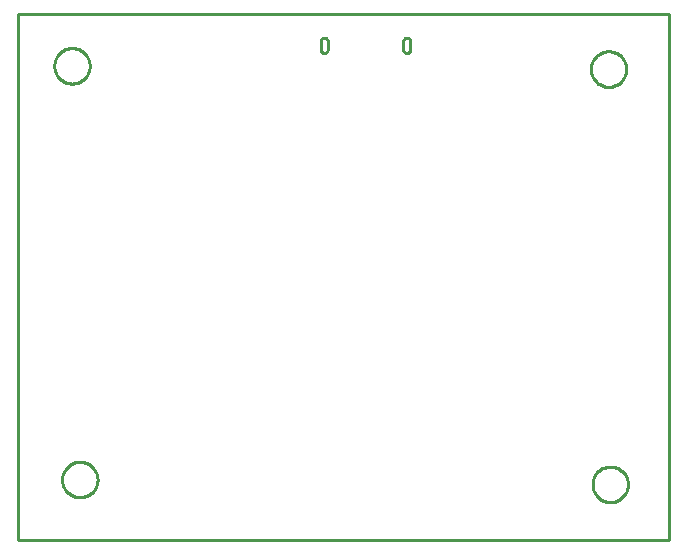
<source format=gbr>
G04 EAGLE Gerber RS-274X export*
G75*
%MOMM*%
%FSLAX34Y34*%
%LPD*%
%IN*%
%IPPOS*%
%AMOC8*
5,1,8,0,0,1.08239X$1,22.5*%
G01*
%ADD10C,0.254000*%


D10*
X0Y0D02*
X551700Y0D01*
X551700Y445400D01*
X0Y445400D01*
X0Y0D01*
X256300Y415600D02*
X256311Y415339D01*
X256346Y415079D01*
X256402Y414824D01*
X256481Y414574D01*
X256581Y414332D01*
X256702Y414100D01*
X256843Y413879D01*
X257002Y413672D01*
X257179Y413479D01*
X257372Y413302D01*
X257579Y413143D01*
X257800Y413002D01*
X258032Y412881D01*
X258274Y412781D01*
X258524Y412702D01*
X258779Y412646D01*
X259039Y412611D01*
X259300Y412600D01*
X259561Y412611D01*
X259821Y412646D01*
X260076Y412702D01*
X260326Y412781D01*
X260568Y412881D01*
X260800Y413002D01*
X261021Y413143D01*
X261228Y413302D01*
X261421Y413479D01*
X261598Y413672D01*
X261757Y413879D01*
X261898Y414100D01*
X262019Y414332D01*
X262119Y414574D01*
X262198Y414824D01*
X262254Y415079D01*
X262289Y415339D01*
X262300Y415600D01*
X262300Y422600D01*
X262289Y422861D01*
X262254Y423121D01*
X262198Y423376D01*
X262119Y423626D01*
X262019Y423868D01*
X261898Y424100D01*
X261757Y424321D01*
X261598Y424528D01*
X261421Y424721D01*
X261228Y424898D01*
X261021Y425057D01*
X260800Y425198D01*
X260568Y425319D01*
X260326Y425419D01*
X260076Y425498D01*
X259821Y425554D01*
X259561Y425589D01*
X259300Y425600D01*
X259039Y425589D01*
X258779Y425554D01*
X258524Y425498D01*
X258274Y425419D01*
X258032Y425319D01*
X257800Y425198D01*
X257579Y425057D01*
X257372Y424898D01*
X257179Y424721D01*
X257002Y424528D01*
X256843Y424321D01*
X256702Y424100D01*
X256581Y423868D01*
X256481Y423626D01*
X256402Y423376D01*
X256346Y423121D01*
X256311Y422861D01*
X256300Y422600D01*
X256300Y415600D01*
X326300Y415600D02*
X326311Y415339D01*
X326346Y415079D01*
X326402Y414824D01*
X326481Y414574D01*
X326581Y414332D01*
X326702Y414100D01*
X326843Y413879D01*
X327002Y413672D01*
X327179Y413479D01*
X327372Y413302D01*
X327579Y413143D01*
X327800Y413002D01*
X328032Y412881D01*
X328274Y412781D01*
X328524Y412702D01*
X328779Y412646D01*
X329039Y412611D01*
X329300Y412600D01*
X329561Y412611D01*
X329821Y412646D01*
X330076Y412702D01*
X330326Y412781D01*
X330568Y412881D01*
X330800Y413002D01*
X331021Y413143D01*
X331228Y413302D01*
X331421Y413479D01*
X331598Y413672D01*
X331757Y413879D01*
X331898Y414100D01*
X332019Y414332D01*
X332119Y414574D01*
X332198Y414824D01*
X332254Y415079D01*
X332289Y415339D01*
X332300Y415600D01*
X332300Y422600D01*
X332289Y422861D01*
X332254Y423121D01*
X332198Y423376D01*
X332119Y423626D01*
X332019Y423868D01*
X331898Y424100D01*
X331757Y424321D01*
X331598Y424528D01*
X331421Y424721D01*
X331228Y424898D01*
X331021Y425057D01*
X330800Y425198D01*
X330568Y425319D01*
X330326Y425419D01*
X330076Y425498D01*
X329821Y425554D01*
X329561Y425589D01*
X329300Y425600D01*
X329039Y425589D01*
X328779Y425554D01*
X328524Y425498D01*
X328274Y425419D01*
X328032Y425319D01*
X327800Y425198D01*
X327579Y425057D01*
X327372Y424898D01*
X327179Y424721D01*
X327002Y424528D01*
X326843Y424321D01*
X326702Y424100D01*
X326581Y423868D01*
X326481Y423626D01*
X326402Y423376D01*
X326346Y423121D01*
X326311Y422861D01*
X326300Y422600D01*
X326300Y415600D01*
X515140Y398404D02*
X515064Y397336D01*
X514911Y396275D01*
X514683Y395228D01*
X514381Y394200D01*
X514007Y393196D01*
X513562Y392221D01*
X513048Y391281D01*
X512469Y390380D01*
X511827Y389522D01*
X511125Y388712D01*
X510368Y387955D01*
X509558Y387253D01*
X508700Y386611D01*
X507799Y386032D01*
X506859Y385518D01*
X505884Y385073D01*
X504880Y384699D01*
X503852Y384397D01*
X502805Y384169D01*
X501744Y384016D01*
X500676Y383940D01*
X499604Y383940D01*
X498536Y384016D01*
X497475Y384169D01*
X496428Y384397D01*
X495400Y384699D01*
X494396Y385073D01*
X493421Y385518D01*
X492481Y386032D01*
X491580Y386611D01*
X490722Y387253D01*
X489912Y387955D01*
X489155Y388712D01*
X488453Y389522D01*
X487811Y390380D01*
X487232Y391281D01*
X486718Y392221D01*
X486273Y393196D01*
X485899Y394200D01*
X485597Y395228D01*
X485369Y396275D01*
X485216Y397336D01*
X485140Y398404D01*
X485140Y399476D01*
X485216Y400544D01*
X485369Y401605D01*
X485597Y402652D01*
X485899Y403680D01*
X486273Y404684D01*
X486718Y405659D01*
X487232Y406599D01*
X487811Y407500D01*
X488453Y408358D01*
X489155Y409168D01*
X489912Y409925D01*
X490722Y410627D01*
X491580Y411269D01*
X492481Y411848D01*
X493421Y412362D01*
X494396Y412807D01*
X495400Y413181D01*
X496428Y413483D01*
X497475Y413711D01*
X498536Y413864D01*
X499604Y413940D01*
X500676Y413940D01*
X501744Y413864D01*
X502805Y413711D01*
X503852Y413483D01*
X504880Y413181D01*
X505884Y412807D01*
X506859Y412362D01*
X507799Y411848D01*
X508700Y411269D01*
X509558Y410627D01*
X510368Y409925D01*
X511125Y409168D01*
X511827Y408358D01*
X512469Y407500D01*
X513048Y406599D01*
X513562Y405659D01*
X514007Y404684D01*
X514381Y403680D01*
X514683Y402652D01*
X514911Y401605D01*
X515064Y400544D01*
X515140Y399476D01*
X515140Y398404D01*
X60840Y401124D02*
X60764Y400056D01*
X60611Y398995D01*
X60383Y397948D01*
X60081Y396920D01*
X59707Y395916D01*
X59262Y394941D01*
X58748Y394001D01*
X58169Y393100D01*
X57527Y392242D01*
X56825Y391432D01*
X56068Y390675D01*
X55258Y389973D01*
X54400Y389331D01*
X53499Y388752D01*
X52559Y388238D01*
X51584Y387793D01*
X50580Y387419D01*
X49552Y387117D01*
X48505Y386889D01*
X47444Y386736D01*
X46376Y386660D01*
X45304Y386660D01*
X44236Y386736D01*
X43175Y386889D01*
X42128Y387117D01*
X41100Y387419D01*
X40096Y387793D01*
X39121Y388238D01*
X38181Y388752D01*
X37280Y389331D01*
X36422Y389973D01*
X35612Y390675D01*
X34855Y391432D01*
X34153Y392242D01*
X33511Y393100D01*
X32932Y394001D01*
X32418Y394941D01*
X31973Y395916D01*
X31599Y396920D01*
X31297Y397948D01*
X31069Y398995D01*
X30916Y400056D01*
X30840Y401124D01*
X30840Y402196D01*
X30916Y403264D01*
X31069Y404325D01*
X31297Y405372D01*
X31599Y406400D01*
X31973Y407404D01*
X32418Y408379D01*
X32932Y409319D01*
X33511Y410220D01*
X34153Y411078D01*
X34855Y411888D01*
X35612Y412645D01*
X36422Y413347D01*
X37280Y413989D01*
X38181Y414568D01*
X39121Y415082D01*
X40096Y415527D01*
X41100Y415901D01*
X42128Y416203D01*
X43175Y416431D01*
X44236Y416584D01*
X45304Y416660D01*
X46376Y416660D01*
X47444Y416584D01*
X48505Y416431D01*
X49552Y416203D01*
X50580Y415901D01*
X51584Y415527D01*
X52559Y415082D01*
X53499Y414568D01*
X54400Y413989D01*
X55258Y413347D01*
X56068Y412645D01*
X56825Y411888D01*
X57527Y411078D01*
X58169Y410220D01*
X58748Y409319D01*
X59262Y408379D01*
X59707Y407404D01*
X60081Y406400D01*
X60383Y405372D01*
X60611Y404325D01*
X60764Y403264D01*
X60840Y402196D01*
X60840Y401124D01*
X67450Y50804D02*
X67374Y49736D01*
X67221Y48675D01*
X66993Y47628D01*
X66691Y46600D01*
X66317Y45596D01*
X65872Y44621D01*
X65358Y43681D01*
X64779Y42780D01*
X64137Y41922D01*
X63435Y41112D01*
X62678Y40355D01*
X61868Y39653D01*
X61010Y39011D01*
X60109Y38432D01*
X59169Y37918D01*
X58194Y37473D01*
X57190Y37099D01*
X56162Y36797D01*
X55115Y36569D01*
X54054Y36416D01*
X52986Y36340D01*
X51914Y36340D01*
X50846Y36416D01*
X49785Y36569D01*
X48738Y36797D01*
X47710Y37099D01*
X46706Y37473D01*
X45731Y37918D01*
X44791Y38432D01*
X43890Y39011D01*
X43032Y39653D01*
X42222Y40355D01*
X41465Y41112D01*
X40763Y41922D01*
X40121Y42780D01*
X39542Y43681D01*
X39028Y44621D01*
X38583Y45596D01*
X38209Y46600D01*
X37907Y47628D01*
X37679Y48675D01*
X37526Y49736D01*
X37450Y50804D01*
X37450Y51876D01*
X37526Y52944D01*
X37679Y54005D01*
X37907Y55052D01*
X38209Y56080D01*
X38583Y57084D01*
X39028Y58059D01*
X39542Y58999D01*
X40121Y59900D01*
X40763Y60758D01*
X41465Y61568D01*
X42222Y62325D01*
X43032Y63027D01*
X43890Y63669D01*
X44791Y64248D01*
X45731Y64762D01*
X46706Y65207D01*
X47710Y65581D01*
X48738Y65883D01*
X49785Y66111D01*
X50846Y66264D01*
X51914Y66340D01*
X52986Y66340D01*
X54054Y66264D01*
X55115Y66111D01*
X56162Y65883D01*
X57190Y65581D01*
X58194Y65207D01*
X59169Y64762D01*
X60109Y64248D01*
X61010Y63669D01*
X61868Y63027D01*
X62678Y62325D01*
X63435Y61568D01*
X64137Y60758D01*
X64779Y59900D01*
X65358Y58999D01*
X65872Y58059D01*
X66317Y57084D01*
X66691Y56080D01*
X66993Y55052D01*
X67221Y54005D01*
X67374Y52944D01*
X67450Y51876D01*
X67450Y50804D01*
X516550Y46824D02*
X516474Y45756D01*
X516321Y44695D01*
X516093Y43648D01*
X515791Y42620D01*
X515417Y41616D01*
X514972Y40641D01*
X514458Y39701D01*
X513879Y38800D01*
X513237Y37942D01*
X512535Y37132D01*
X511778Y36375D01*
X510968Y35673D01*
X510110Y35031D01*
X509209Y34452D01*
X508269Y33938D01*
X507294Y33493D01*
X506290Y33119D01*
X505262Y32817D01*
X504215Y32589D01*
X503154Y32436D01*
X502086Y32360D01*
X501014Y32360D01*
X499946Y32436D01*
X498885Y32589D01*
X497838Y32817D01*
X496810Y33119D01*
X495806Y33493D01*
X494831Y33938D01*
X493891Y34452D01*
X492990Y35031D01*
X492132Y35673D01*
X491322Y36375D01*
X490565Y37132D01*
X489863Y37942D01*
X489221Y38800D01*
X488642Y39701D01*
X488128Y40641D01*
X487683Y41616D01*
X487309Y42620D01*
X487007Y43648D01*
X486779Y44695D01*
X486626Y45756D01*
X486550Y46824D01*
X486550Y47896D01*
X486626Y48964D01*
X486779Y50025D01*
X487007Y51072D01*
X487309Y52100D01*
X487683Y53104D01*
X488128Y54079D01*
X488642Y55019D01*
X489221Y55920D01*
X489863Y56778D01*
X490565Y57588D01*
X491322Y58345D01*
X492132Y59047D01*
X492990Y59689D01*
X493891Y60268D01*
X494831Y60782D01*
X495806Y61227D01*
X496810Y61601D01*
X497838Y61903D01*
X498885Y62131D01*
X499946Y62284D01*
X501014Y62360D01*
X502086Y62360D01*
X503154Y62284D01*
X504215Y62131D01*
X505262Y61903D01*
X506290Y61601D01*
X507294Y61227D01*
X508269Y60782D01*
X509209Y60268D01*
X510110Y59689D01*
X510968Y59047D01*
X511778Y58345D01*
X512535Y57588D01*
X513237Y56778D01*
X513879Y55920D01*
X514458Y55019D01*
X514972Y54079D01*
X515417Y53104D01*
X515791Y52100D01*
X516093Y51072D01*
X516321Y50025D01*
X516474Y48964D01*
X516550Y47896D01*
X516550Y46824D01*
M02*

</source>
